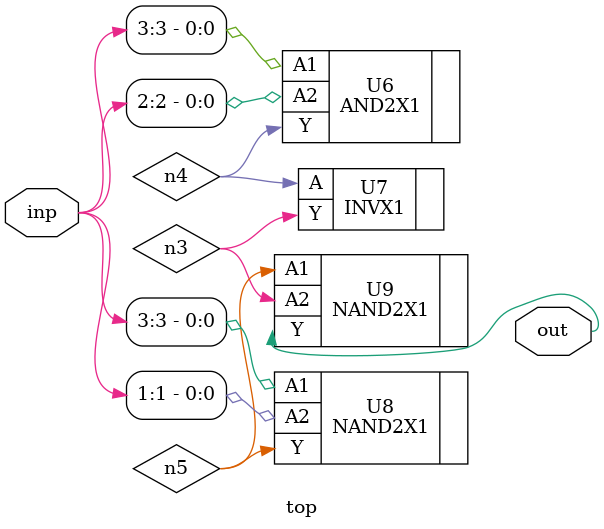
<source format=sv>


module top ( inp, out );
  input [3:0] inp;
  output out;
  wire   n3, n4, n5;

  AND2X1 U6 ( .A1(inp[3]), .A2(inp[2]), .Y(n4) );
  INVX1 U7 ( .A(n4), .Y(n3) );
  NAND2X1 U8 ( .A1(inp[3]), .A2(inp[1]), .Y(n5) );
  NAND2X1 U9 ( .A1(n5), .A2(n3), .Y(out) );
endmodule


</source>
